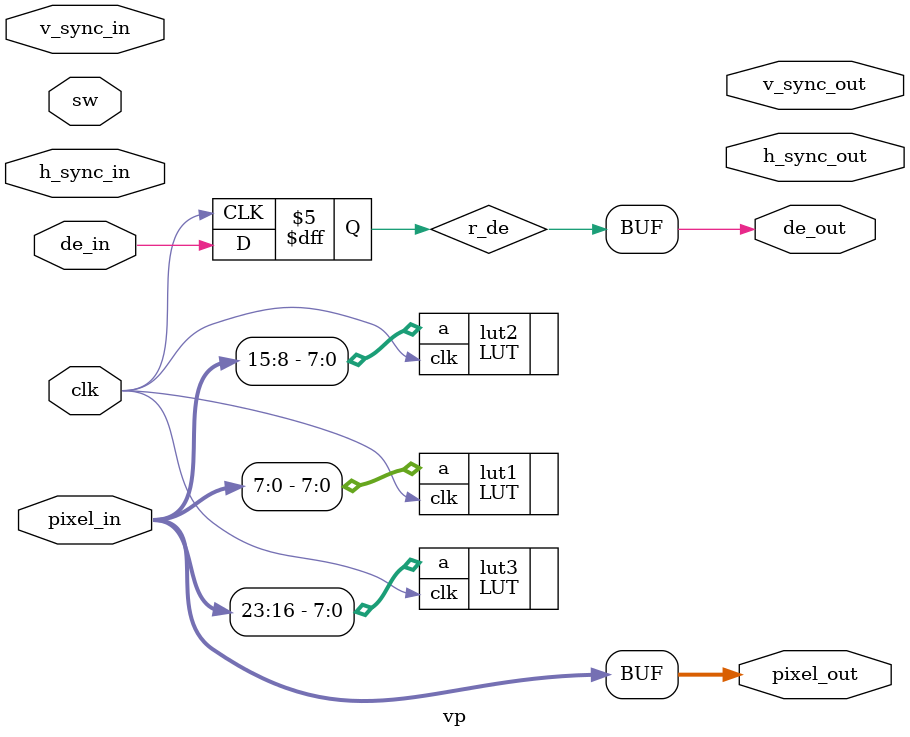
<source format=v>
`timescale 1ns / 1ps


module vp(
    input clk,
    input de_in,
    input h_sync_in,
    input v_sync_in,
    input [23:0] pixel_in,
    input [2:0] sw,
    output de_out,
    output h_sync_out,
    output v_sync_out,
    output [23:0] pixel_out
);

reg r_de = 0;
reg r_hsync = 0;
reg r_vsync = 0;

//delay sync signals
always @(posedge clk)
begin
r_de <= de_in;
r_hsync <= h_sync_in;
r_vsync <= v_sync_in;
end

LUT lut1 (
    .a(pixel_in[7:0]),
    .clk(clk)
);

LUT lut2 (
    .a(pixel_in[15:8]),
    .clk(clk)
);

LUT lut3 (
    .a(pixel_in[23:16]),
    .clk(clk)
);

assign pixel_out = pixel_in;
assign de_out = r_de;
assign hsync_out = r_hsync;
assign vsync_out = r_vsync;

endmodule

</source>
